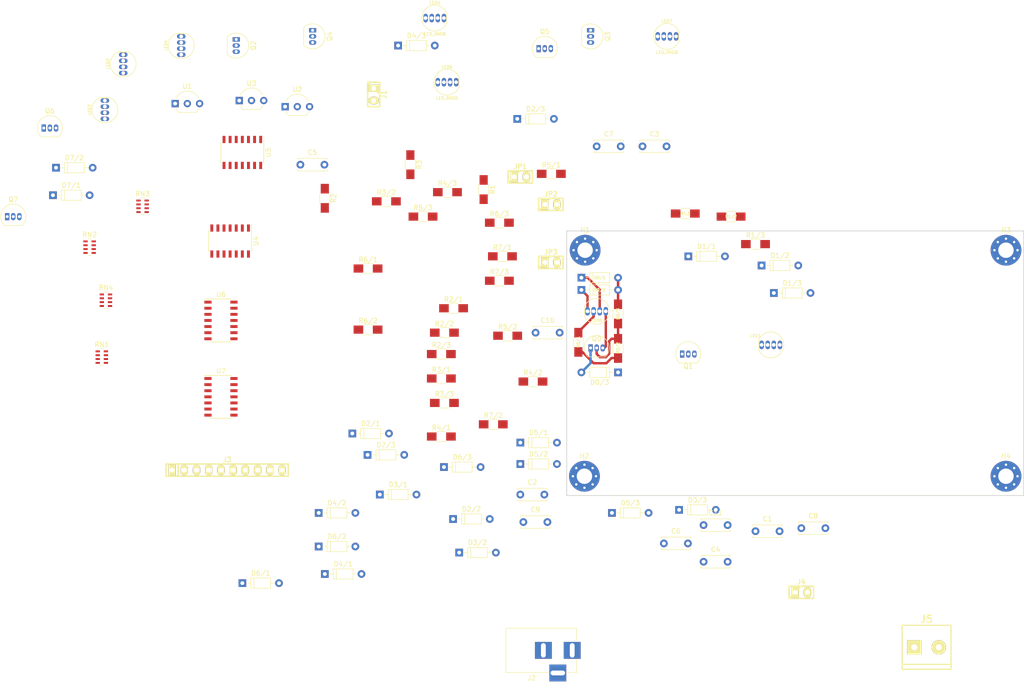
<source format=kicad_pcb>
(kicad_pcb (version 20171130) (host pcbnew 5.1.2-f72e74a~84~ubuntu18.04.1)
  (layers (0 F.Cu signal) (31 B.Cu signal) (34 B.Paste user hide) (35 F.Paste user hide) (36 B.SilkS user hide) (37 F.SilkS user) (38 B.Mask user hide) (39 F.Mask user hide) (44 Edge.Cuts user))
  (net 0 "")
  (net 1 /V_IN)
  (net 2 GND)
  (net 3 /V_5V)
  (net 4 /V_10V)
  (net 5 /V_15V)
  (net 6 VCC)
  (net 7 "Net-(LED1-Pad4)")
  (net 8 "Net-(LED1-Pad2)")
  (net 9 "Net-(LED2-Pad2)")
  (net 10 "Net-(LED2-Pad4)")
  (net 11 "Net-(LED3-Pad2)")
  (net 12 "Net-(LED3-Pad4)")
  (net 13 "Net-(LED4-Pad4)")
  (net 14 "Net-(LED4-Pad2)")
  (net 15 "Net-(Q1-Pad2)")
  (net 16 "Net-(Q2-Pad2)")
  (net 17 "Net-(Q3-Pad2)")
  (net 18 "Net-(Q4-Pad2)")
  (net 19 "Net-(D0/1-Pad2)")
  (net 20 "Net-(D0/3-Pad2)")
  (net 21 "Net-(D1/1-Pad2)")
  (net 22 "Net-(D1/3-Pad2)")
  (net 23 "Net-(D2/1-Pad2)")
  (net 24 "Net-(D2/3-Pad2)")
  (net 25 "Net-(D3/1-Pad2)")
  (net 26 "Net-(D3/3-Pad2)")
  (net 27 "Net-(D4/1-Pad2)")
  (net 28 "Net-(D4/3-Pad2)")
  (net 29 "Net-(D5/1-Pad2)")
  (net 30 "Net-(D5/3-Pad2)")
  (net 31 "Net-(D6/1-Pad2)")
  (net 32 "Net-(D6/3-Pad2)")
  (net 33 "Net-(D7/1-Pad2)")
  (net 34 "Net-(D7/3-Pad2)")
  (net 35 IN_7)
  (net 36 IN_6)
  (net 37 IN_5)
  (net 38 IN_4)
  (net 39 IN_3)
  (net 40 IN_2)
  (net 41 IN_1)
  (net 42 IN_0)
  (net 43 "Net-(LED0-Pad4)")
  (net 44 "Net-(LED0-Pad2)")
  (net 45 "Net-(LED5-Pad4)")
  (net 46 "Net-(LED5-Pad2)")
  (net 47 "Net-(LED6-Pad4)")
  (net 48 "Net-(LED6-Pad2)")
  (net 49 "Net-(LED7-Pad4)")
  (net 50 "Net-(LED7-Pad2)")
  (net 51 "Net-(Q0-Pad2)")
  (net 52 "Net-(Q5-Pad2)")
  (net 53 "Net-(Q6-Pad2)")
  (net 54 "Net-(Q7-Pad2)")
  (net 55 V_HI)
  (net 56 V_LO)
  (net 57 /bits/0_HI)
  (net 58 /bits/0_LO)
  (net 59 /bits/1_HI)
  (net 60 /bits/1_LO)
  (net 61 /bits/2_HI)
  (net 62 /bits/2_LO)
  (net 63 /bits/3_HI)
  (net 64 /bits/3_LO)
  (net 65 /bits/4_HI)
  (net 66 /bits/4_LO)
  (net 67 /bits/5_HI)
  (net 68 /bits/5_LO)
  (net 69 /bits/6_HI)
  (net 70 /bits/6_LO)
  (net 71 /bits/7_HI)
  (net 72 /bits/7_LO)
  (module TO_SOT_Packages_THT:TO-92_Inline_Narrow_Oval (layer F.Cu) (at 84.455 123.825)
    (fp_text reference Q0 (at 1.27 -1.905) (layer F.SilkS))
    (fp_text value 2N2222A)
    (pad 2 thru_hole oval (at 1.27 0 180) (size 0.9 1.5) (drill 0.6) (layers *.Cu *.Mask) (net 51 "Net-(Q0-Pad2)"))
    (pad 3 thru_hole oval (at 2.54 0 180) (size 0.9 1.5) (drill 0.6) (layers *.Cu *.Mask) (net 43 "Net-(LED0-Pad4)"))
    (pad 1 thru_hole rect (at 0 0 180) (size 0.9 1.5) (drill 0.6) (layers *.Cu *.Mask) (net 20 "Net-(D0/3-Pad2)"))
  )
  (module Housings_SOIC:SOIC-14_3.9x8.7mm_Pitch1.27mm (layer F.Cu) (at 7.62 133.985)
    (fp_text reference U7 (at 0 -5.375) (layer F.SilkS))
    (fp_text value LM339)
    (pad 1 smd rect (at -2.7 -3.81) (size 1.5 0.6) (layers F.Cu F.Paste F.Mask) (net 69 /bits/6_HI))
    (pad 2 smd rect (at -2.7 -2.54) (size 1.5 0.6) (layers F.Cu F.Paste F.Mask) (net 70 /bits/6_LO))
    (pad 3 smd rect (at -2.7 -1.27) (size 1.5 0.6) (layers F.Cu F.Paste F.Mask) (net 6 VCC))
    (pad 4 smd rect (at -2.7 0) (size 1.5 0.6) (layers F.Cu F.Paste F.Mask) (net 56 V_LO))
    (pad 5 smd rect (at -2.7 1.27) (size 1.5 0.6) (layers F.Cu F.Paste F.Mask) (net 36 IN_6))
    (pad 6 smd rect (at -2.7 2.54) (size 1.5 0.6) (layers F.Cu F.Paste F.Mask) (net 36 IN_6))
    (pad 7 smd rect (at -2.7 3.81) (size 1.5 0.6) (layers F.Cu F.Paste F.Mask) (net 55 V_HI))
    (pad 8 smd rect (at 2.7 3.81) (size 1.5 0.6) (layers F.Cu F.Paste F.Mask) (net 56 V_LO))
    (pad 9 smd rect (at 2.7 2.54) (size 1.5 0.6) (layers F.Cu F.Paste F.Mask) (net 35 IN_7))
    (pad 10 smd rect (at 2.7 1.27) (size 1.5 0.6) (layers F.Cu F.Paste F.Mask) (net 35 IN_7))
    (pad 11 smd rect (at 2.7 0) (size 1.5 0.6) (layers F.Cu F.Paste F.Mask) (net 55 V_HI))
    (pad 12 smd rect (at 2.7 -1.27) (size 1.5 0.6) (layers F.Cu F.Paste F.Mask) (net 2 GND))
    (pad 13 smd rect (at 2.7 -2.54) (size 1.5 0.6) (layers F.Cu F.Paste F.Mask) (net 71 /bits/7_HI))
    (pad 14 smd rect (at 2.7 -3.81) (size 1.5 0.6) (layers F.Cu F.Paste F.Mask) (net 72 /bits/7_LO))
  )
  (module Housings_SOIC:SOIC-14_3.9x8.7mm_Pitch1.27mm (layer F.Cu) (at 7.62 118.11)
    (fp_text reference U6 (at 0 -5.375) (layer F.SilkS))
    (fp_text value LM339)
    (pad 1 smd rect (at -2.7 -3.81) (size 1.5 0.6) (layers F.Cu F.Paste F.Mask) (net 65 /bits/4_HI))
    (pad 2 smd rect (at -2.7 -2.54) (size 1.5 0.6) (layers F.Cu F.Paste F.Mask) (net 66 /bits/4_LO))
    (pad 3 smd rect (at -2.7 -1.27) (size 1.5 0.6) (layers F.Cu F.Paste F.Mask) (net 6 VCC))
    (pad 4 smd rect (at -2.7 0) (size 1.5 0.6) (layers F.Cu F.Paste F.Mask) (net 56 V_LO))
    (pad 5 smd rect (at -2.7 1.27) (size 1.5 0.6) (layers F.Cu F.Paste F.Mask) (net 38 IN_4))
    (pad 6 smd rect (at -2.7 2.54) (size 1.5 0.6) (layers F.Cu F.Paste F.Mask) (net 38 IN_4))
    (pad 7 smd rect (at -2.7 3.81) (size 1.5 0.6) (layers F.Cu F.Paste F.Mask) (net 55 V_HI))
    (pad 8 smd rect (at 2.7 3.81) (size 1.5 0.6) (layers F.Cu F.Paste F.Mask) (net 56 V_LO))
    (pad 9 smd rect (at 2.7 2.54) (size 1.5 0.6) (layers F.Cu F.Paste F.Mask) (net 37 IN_5))
    (pad 10 smd rect (at 2.7 1.27) (size 1.5 0.6) (layers F.Cu F.Paste F.Mask) (net 37 IN_5))
    (pad 11 smd rect (at 2.7 0) (size 1.5 0.6) (layers F.Cu F.Paste F.Mask) (net 55 V_HI))
    (pad 12 smd rect (at 2.7 -1.27) (size 1.5 0.6) (layers F.Cu F.Paste F.Mask) (net 2 GND))
    (pad 13 smd rect (at 2.7 -2.54) (size 1.5 0.6) (layers F.Cu F.Paste F.Mask) (net 67 /bits/5_HI))
    (pad 14 smd rect (at 2.7 -3.81) (size 1.5 0.6) (layers F.Cu F.Paste F.Mask) (net 68 /bits/5_LO))
  )
  (module Resistors_SMD:R_Array_Concave_4x0603 (layer F.Cu) (at -16.295 113.9)
    (fp_text reference RN4 (at 0 -2.6) (layer F.SilkS))
    (fp_text value 220k)
    (pad 2 smd rect (at -0.85 -0.4) (size 0.9 0.4) (layers F.Cu F.Paste F.Mask) (net 2 GND))
    (pad 3 smd rect (at -0.85 0.4) (size 0.9 0.4) (layers F.Cu F.Paste F.Mask) (net 2 GND))
    (pad 1 smd rect (at -0.85 -1.2) (size 0.9 0.4) (layers F.Cu F.Paste F.Mask) (net 2 GND))
    (pad 4 smd rect (at -0.85 1.2) (size 0.9 0.4) (layers F.Cu F.Paste F.Mask) (net 2 GND))
    (pad 8 smd rect (at 0.85 -1.2) (size 0.9 0.4) (layers F.Cu F.Paste F.Mask) (net 38 IN_4))
    (pad 7 smd rect (at 0.85 -0.4) (size 0.9 0.4) (layers F.Cu F.Paste F.Mask) (net 37 IN_5))
    (pad 6 smd rect (at 0.85 0.4) (size 0.9 0.4) (layers F.Cu F.Paste F.Mask) (net 36 IN_6))
    (pad 5 smd rect (at 0.85 1.2) (size 0.9 0.4) (layers F.Cu F.Paste F.Mask) (net 35 IN_7))
  )
  (module Resistors_SMD:R_Array_Concave_4x0603 (layer F.Cu) (at -8.675 94.38)
    (fp_text reference RN3 (at 0 -2.6) (layer F.SilkS))
    (fp_text value 220k)
    (pad 2 smd rect (at -0.85 -0.4) (size 0.9 0.4) (layers F.Cu F.Paste F.Mask) (net 37 IN_5))
    (pad 3 smd rect (at -0.85 0.4) (size 0.9 0.4) (layers F.Cu F.Paste F.Mask) (net 36 IN_6))
    (pad 1 smd rect (at -0.85 -1.2) (size 0.9 0.4) (layers F.Cu F.Paste F.Mask) (net 38 IN_4))
    (pad 4 smd rect (at -0.85 1.2) (size 0.9 0.4) (layers F.Cu F.Paste F.Mask) (net 35 IN_7))
    (pad 8 smd rect (at 0.85 -1.2) (size 0.9 0.4) (layers F.Cu F.Paste F.Mask) (net 6 VCC))
    (pad 7 smd rect (at 0.85 -0.4) (size 0.9 0.4) (layers F.Cu F.Paste F.Mask) (net 6 VCC))
    (pad 6 smd rect (at 0.85 0.4) (size 0.9 0.4) (layers F.Cu F.Paste F.Mask) (net 6 VCC))
    (pad 5 smd rect (at 0.85 1.2) (size 0.9 0.4) (layers F.Cu F.Paste F.Mask) (net 6 VCC))
  )
  (module Resistors_SMD:R_1206_HandSoldering (layer F.Cu) (at 65.5 109.855)
    (fp_text reference R7/3 (at 0 -1.85) (layer F.SilkS))
    (fp_text value 100)
    (pad 1 smd rect (at -2 0) (size 2 1.7) (layers F.Cu F.Paste F.Mask) (net 33 "Net-(D7/1-Pad2)"))
    (pad 2 smd rect (at 2 0) (size 2 1.7) (layers F.Cu F.Paste F.Mask) (net 54 "Net-(Q7-Pad2)"))
  )
  (module Resistors_SMD:R_1206_HandSoldering (layer F.Cu) (at 64.23 139.7)
    (fp_text reference R7/2 (at 0 -1.85) (layer F.SilkS))
    (fp_text value 47k)
    (pad 1 smd rect (at -2 0) (size 2 1.7) (layers F.Cu F.Paste F.Mask) (net 54 "Net-(Q7-Pad2)"))
    (pad 2 smd rect (at 2 0) (size 2 1.7) (layers F.Cu F.Paste F.Mask) (net 6 VCC))
  )
  (module Resistors_SMD:R_1206_HandSoldering (layer F.Cu) (at 66.135 104.775)
    (fp_text reference R7/1 (at 0 -1.85) (layer F.SilkS))
    (fp_text value 470)
    (pad 1 smd rect (at -2 0) (size 2 1.7) (layers F.Cu F.Paste F.Mask) (net 50 "Net-(LED7-Pad2)"))
    (pad 2 smd rect (at 2 0) (size 2 1.7) (layers F.Cu F.Paste F.Mask) (net 6 VCC))
  )
  (module Resistors_SMD:R_1206_HandSoldering (layer F.Cu) (at 65.5 97.79)
    (fp_text reference R6/3 (at 0 -1.85) (layer F.SilkS))
    (fp_text value 100)
    (pad 1 smd rect (at -2 0) (size 2 1.7) (layers F.Cu F.Paste F.Mask) (net 31 "Net-(D6/1-Pad2)"))
    (pad 2 smd rect (at 2 0) (size 2 1.7) (layers F.Cu F.Paste F.Mask) (net 53 "Net-(Q6-Pad2)"))
  )
  (module Resistors_SMD:R_1206_HandSoldering (layer F.Cu) (at 38.195 120.015)
    (fp_text reference R6/2 (at 0 -1.85) (layer F.SilkS))
    (fp_text value 47k)
    (pad 1 smd rect (at -2 0) (size 2 1.7) (layers F.Cu F.Paste F.Mask) (net 53 "Net-(Q6-Pad2)"))
    (pad 2 smd rect (at 2 0) (size 2 1.7) (layers F.Cu F.Paste F.Mask) (net 6 VCC))
  )
  (module Resistors_SMD:R_1206_HandSoldering (layer F.Cu) (at 38.195 107.315)
    (fp_text reference R6/1 (at 0 -1.85) (layer F.SilkS))
    (fp_text value 470)
    (pad 1 smd rect (at -2 0) (size 2 1.7) (layers F.Cu F.Paste F.Mask) (net 48 "Net-(LED6-Pad2)"))
    (pad 2 smd rect (at 2 0) (size 2 1.7) (layers F.Cu F.Paste F.Mask) (net 6 VCC))
  )
  (module Resistors_SMD:R_1206_HandSoldering (layer F.Cu) (at 49.625 96.52)
    (fp_text reference R5/3 (at 0 -1.85) (layer F.SilkS))
    (fp_text value 100)
    (pad 1 smd rect (at -2 0) (size 2 1.7) (layers F.Cu F.Paste F.Mask) (net 29 "Net-(D5/1-Pad2)"))
    (pad 2 smd rect (at 2 0) (size 2 1.7) (layers F.Cu F.Paste F.Mask) (net 52 "Net-(Q5-Pad2)"))
  )
  (module Resistors_SMD:R_1206_HandSoldering (layer F.Cu) (at 67.215 121.285)
    (fp_text reference R5/2 (at 0 -1.85) (layer F.SilkS))
    (fp_text value 47k)
    (pad 1 smd rect (at -2 0) (size 2 1.7) (layers F.Cu F.Paste F.Mask) (net 52 "Net-(Q5-Pad2)"))
    (pad 2 smd rect (at 2 0) (size 2 1.7) (layers F.Cu F.Paste F.Mask) (net 6 VCC))
  )
  (module Resistors_SMD:R_1206_HandSoldering (layer F.Cu) (at 76.295 87.63)
    (fp_text reference R5/1 (at 0 -1.85) (layer F.SilkS))
    (fp_text value 470)
    (pad 1 smd rect (at -2 0) (size 2 1.7) (layers F.Cu F.Paste F.Mask) (net 46 "Net-(LED5-Pad2)"))
    (pad 2 smd rect (at 2 0) (size 2 1.7) (layers F.Cu F.Paste F.Mask) (net 6 VCC))
  )
  (module Resistors_SMD:R_1206_HandSoldering (layer F.Cu) (at 54.705 91.44)
    (fp_text reference R4/3 (at 0 -1.85) (layer F.SilkS))
    (fp_text value 100)
    (pad 1 smd rect (at -2 0) (size 2 1.7) (layers F.Cu F.Paste F.Mask) (net 27 "Net-(D4/1-Pad2)"))
    (pad 2 smd rect (at 2 0) (size 2 1.7) (layers F.Cu F.Paste F.Mask) (net 18 "Net-(Q4-Pad2)"))
  )
  (module Resistors_SMD:R_1206_HandSoldering (layer F.Cu) (at 72.485 130.81)
    (fp_text reference R4/2 (at 0 -1.85) (layer F.SilkS))
    (fp_text value 47k)
    (pad 1 smd rect (at -2 0) (size 2 1.7) (layers F.Cu F.Paste F.Mask) (net 18 "Net-(Q4-Pad2)"))
    (pad 2 smd rect (at 2 0) (size 2 1.7) (layers F.Cu F.Paste F.Mask) (net 6 VCC))
  )
  (module Resistors_SMD:R_1206_HandSoldering (layer F.Cu) (at 53.435 142.24)
    (fp_text reference R4/1 (at 0 -1.85) (layer F.SilkS))
    (fp_text value 470)
    (pad 1 smd rect (at -2 0) (size 2 1.7) (layers F.Cu F.Paste F.Mask) (net 14 "Net-(LED4-Pad2)"))
    (pad 2 smd rect (at 2 0) (size 2 1.7) (layers F.Cu F.Paste F.Mask) (net 6 VCC))
  )
  (module Resistors_SMD:R_1206_HandSoldering (layer F.Cu) (at 54.07 135.255)
    (fp_text reference R3/3 (at 0 -1.85) (layer F.SilkS))
    (fp_text value 100)
    (pad 1 smd rect (at -2 0) (size 2 1.7) (layers F.Cu F.Paste F.Mask) (net 25 "Net-(D3/1-Pad2)"))
    (pad 2 smd rect (at 2 0) (size 2 1.7) (layers F.Cu F.Paste F.Mask) (net 17 "Net-(Q3-Pad2)"))
  )
  (module Resistors_SMD:R_1206_HandSoldering (layer F.Cu) (at 42.005 93.345)
    (fp_text reference R3/2 (at 0 -1.85) (layer F.SilkS))
    (fp_text value 47k)
    (pad 1 smd rect (at -2 0) (size 2 1.7) (layers F.Cu F.Paste F.Mask) (net 17 "Net-(Q3-Pad2)"))
    (pad 2 smd rect (at 2 0) (size 2 1.7) (layers F.Cu F.Paste F.Mask) (net 6 VCC))
  )
  (module Resistors_SMD:R_1206_HandSoldering (layer F.Cu) (at 53.435 130.175)
    (fp_text reference R3/1 (at 0 -1.85) (layer F.SilkS))
    (fp_text value 470)
    (pad 1 smd rect (at -2 0) (size 2 1.7) (layers F.Cu F.Paste F.Mask) (net 11 "Net-(LED3-Pad2)"))
    (pad 2 smd rect (at 2 0) (size 2 1.7) (layers F.Cu F.Paste F.Mask) (net 6 VCC))
  )
  (module Resistors_SMD:R_1206_HandSoldering (layer F.Cu) (at 53.435 125.095)
    (fp_text reference R2/3 (at 0 -1.85) (layer F.SilkS))
    (fp_text value 100)
    (pad 1 smd rect (at -2 0) (size 2 1.7) (layers F.Cu F.Paste F.Mask) (net 23 "Net-(D2/1-Pad2)"))
    (pad 2 smd rect (at 2 0) (size 2 1.7) (layers F.Cu F.Paste F.Mask) (net 16 "Net-(Q2-Pad2)"))
  )
  (module Resistors_SMD:R_1206_HandSoldering (layer F.Cu) (at 54.07 120.65)
    (fp_text reference R2/2 (at 0 -1.85) (layer F.SilkS))
    (fp_text value 47k)
    (pad 1 smd rect (at -2 0) (size 2 1.7) (layers F.Cu F.Paste F.Mask) (net 16 "Net-(Q2-Pad2)"))
    (pad 2 smd rect (at 2 0) (size 2 1.7) (layers F.Cu F.Paste F.Mask) (net 6 VCC))
  )
  (module Resistors_SMD:R_1206_HandSoldering (layer F.Cu) (at 55.975 115.57)
    (fp_text reference R2/1 (at 0 -1.85) (layer F.SilkS))
    (fp_text value 470)
    (pad 1 smd rect (at -2 0) (size 2 1.7) (layers F.Cu F.Paste F.Mask) (net 9 "Net-(LED2-Pad2)"))
    (pad 2 smd rect (at 2 0) (size 2 1.7) (layers F.Cu F.Paste F.Mask) (net 6 VCC))
  )
  (module Resistors_SMD:R_1206_HandSoldering (layer F.Cu) (at 118.745 102.235)
    (fp_text reference R1/3 (at 0 -1.85) (layer F.SilkS))
    (fp_text value 100)
    (pad 1 smd rect (at -2 0) (size 2 1.7) (layers F.Cu F.Paste F.Mask) (net 21 "Net-(D1/1-Pad2)"))
    (pad 2 smd rect (at 2 0) (size 2 1.7) (layers F.Cu F.Paste F.Mask) (net 15 "Net-(Q1-Pad2)"))
  )
  (module Resistors_SMD:R_1206_HandSoldering (layer F.Cu) (at 113.665 96.52)
    (fp_text reference R1/2 (at 0 0) (layer F.SilkS) (effects (font (size 0.6 0.6))))
    (fp_text value 47k)
    (pad 1 smd rect (at -2 0) (size 2 1.7) (layers F.Cu F.Paste F.Mask) (net 15 "Net-(Q1-Pad2)"))
    (pad 2 smd rect (at 2 0) (size 2 1.7) (layers F.Cu F.Paste F.Mask) (net 6 VCC))
  )
  (module Resistors_SMD:R_1206_HandSoldering (layer F.Cu) (at 104.14 95.885)
    (fp_text reference R1.1 (at 0 0) (layer F.SilkS) (effects (font (size 0.6 0.6))))
    (fp_text value 470)
    (pad 1 smd rect (at -2 0) (size 2 1.7) (layers F.Cu F.Paste F.Mask) (net 8 "Net-(LED1-Pad2)"))
    (pad 2 smd rect (at 2 0) (size 2 1.7) (layers F.Cu F.Paste F.Mask) (net 6 VCC))
  )
  (module Resistors_SMD:R_1206_HandSoldering (layer F.Cu) (at 90.17 116.745 270)
    (fp_text reference R0/3 (at 0 0 90) (layer F.SilkS) (effects (font (size 0.6 0.6))))
    (fp_text value 100)
    (pad 1 smd rect (at -2 0 270) (size 2 1.7) (layers F.Cu F.Paste F.Mask) (net 19 "Net-(D0/1-Pad2)"))
    (pad 2 smd rect (at 2 0 270) (size 2 1.7) (layers F.Cu F.Paste F.Mask) (net 51 "Net-(Q0-Pad2)"))
  )
  (module Resistors_SMD:R_1206_HandSoldering (layer F.Cu) (at 90.17 123.92 270)
    (fp_text reference R0/2 (at -0.095 0 90) (layer F.SilkS) (effects (font (size 0.6 0.6))))
    (fp_text value 47k)
    (pad 1 smd rect (at -2 0 270) (size 2 1.7) (layers F.Cu F.Paste F.Mask) (net 51 "Net-(Q0-Pad2)"))
    (pad 2 smd rect (at 2 0 270) (size 2 1.7) (layers F.Cu F.Paste F.Mask) (net 6 VCC))
  )
  (module Resistors_SMD:R_1206_HandSoldering (layer F.Cu) (at 81.915 122.65 270)
    (fp_text reference R0/1 (at -0.095 0 90) (layer F.SilkS) (effects (font (size 0.6 0.6))))
    (fp_text value 470)
    (pad 1 smd rect (at -2 0 270) (size 2 1.7) (layers F.Cu F.Paste F.Mask) (net 44 "Net-(LED0-Pad2)"))
    (pad 2 smd rect (at 2 0 270) (size 2 1.7) (layers F.Cu F.Paste F.Mask) (net 6 VCC))
  )
  (module TO_SOT_Packages_THT:TO-92_Inline_Narrow_Oval (layer F.Cu) (at -36.83 96.52)
    (fp_text reference Q7 (at 1.27 -3.56) (layer F.SilkS))
    (fp_text value 2N2222A)
    (pad 2 thru_hole oval (at 1.27 0 180) (size 0.9 1.5) (drill 0.6) (layers *.Cu *.Mask) (net 54 "Net-(Q7-Pad2)"))
    (pad 3 thru_hole oval (at 2.54 0 180) (size 0.9 1.5) (drill 0.6) (layers *.Cu *.Mask) (net 49 "Net-(LED7-Pad4)"))
    (pad 1 thru_hole rect (at 0 0 180) (size 0.9 1.5) (drill 0.6) (layers *.Cu *.Mask) (net 34 "Net-(D7/3-Pad2)"))
  )
  (module TO_SOT_Packages_THT:TO-92_Inline_Narrow_Oval (layer F.Cu) (at -29.21 78.105)
    (fp_text reference Q6 (at 1.27 -3.56) (layer F.SilkS))
    (fp_text value 2N2222A)
    (pad 2 thru_hole oval (at 1.27 0 180) (size 0.9 1.5) (drill 0.6) (layers *.Cu *.Mask) (net 53 "Net-(Q6-Pad2)"))
    (pad 3 thru_hole oval (at 2.54 0 180) (size 0.9 1.5) (drill 0.6) (layers *.Cu *.Mask) (net 47 "Net-(LED6-Pad4)"))
    (pad 1 thru_hole rect (at 0 0 180) (size 0.9 1.5) (drill 0.6) (layers *.Cu *.Mask) (net 32 "Net-(D6/3-Pad2)"))
  )
  (module TO_SOT_Packages_THT:TO-92_Inline_Narrow_Oval (layer F.Cu) (at 73.66 61.595)
    (fp_text reference Q5 (at 1.27 -3.56) (layer F.SilkS))
    (fp_text value 2N2222A)
    (pad 2 thru_hole oval (at 1.27 0 180) (size 0.9 1.5) (drill 0.6) (layers *.Cu *.Mask) (net 52 "Net-(Q5-Pad2)"))
    (pad 3 thru_hole oval (at 2.54 0 180) (size 0.9 1.5) (drill 0.6) (layers *.Cu *.Mask) (net 45 "Net-(LED5-Pad4)"))
    (pad 1 thru_hole rect (at 0 0 180) (size 0.9 1.5) (drill 0.6) (layers *.Cu *.Mask) (net 30 "Net-(D5/3-Pad2)"))
  )
  (module LED:LED-RGB-THRU (layer F.Cu) (at 100.33 59.055)
    (fp_text reference LED7 (at 0 -3.175) (layer F.SilkS) (effects (font (size 0.6096 0.6096) (thickness 0.127))))
    (fp_text value LED_RAGB (at 0 3.302) (layer F.SilkS) (effects (font (size 0.6096 0.6096) (thickness 0.127))))
    (pad 4 thru_hole oval (at -1.905 0 180) (size 0.889 1.778) (drill 0.762) (layers *.Cu *.Mask) (net 49 "Net-(LED7-Pad4)"))
    (pad 3 thru_hole oval (at -0.635 0 180) (size 0.889 1.778) (drill 0.762) (layers *.Cu *.Mask) (net 71 /bits/7_HI))
    (pad 2 thru_hole oval (at 0.635 0 180) (size 0.889 1.778) (drill 0.762) (layers *.Cu *.Mask) (net 50 "Net-(LED7-Pad2)"))
    (pad 1 thru_hole oval (at 1.905 0 180) (size 0.889 1.778) (drill 0.762) (layers *.Cu *.Mask) (net 72 /bits/7_LO))
  )
  (module LED:LED-RGB-THRU (layer F.Cu) (at 54.61 68.58)
    (fp_text reference LED6 (at 0 -3.175) (layer F.SilkS) (effects (font (size 0.6096 0.6096) (thickness 0.127))))
    (fp_text value LED_RAGB (at 0 3.302) (layer F.SilkS) (effects (font (size 0.6096 0.6096) (thickness 0.127))))
    (pad 4 thru_hole oval (at -1.905 0 180) (size 0.889 1.778) (drill 0.762) (layers *.Cu *.Mask) (net 47 "Net-(LED6-Pad4)"))
    (pad 3 thru_hole oval (at -0.635 0 180) (size 0.889 1.778) (drill 0.762) (layers *.Cu *.Mask) (net 69 /bits/6_HI))
    (pad 2 thru_hole oval (at 0.635 0 180) (size 0.889 1.778) (drill 0.762) (layers *.Cu *.Mask) (net 48 "Net-(LED6-Pad2)"))
    (pad 1 thru_hole oval (at 1.905 0 180) (size 0.889 1.778) (drill 0.762) (layers *.Cu *.Mask) (net 70 /bits/6_LO))
  )
  (module LED:LED-RGB-THRU (layer F.Cu) (at 52.07 55.245)
    (fp_text reference LED5 (at 0 -3.175) (layer F.SilkS) (effects (font (size 0.6096 0.6096) (thickness 0.127))))
    (fp_text value LED_RAGB (at 0 3.302) (layer F.SilkS) (effects (font (size 0.6096 0.6096) (thickness 0.127))))
    (pad 4 thru_hole oval (at -1.905 0 180) (size 0.889 1.778) (drill 0.762) (layers *.Cu *.Mask) (net 45 "Net-(LED5-Pad4)"))
    (pad 3 thru_hole oval (at -0.635 0 180) (size 0.889 1.778) (drill 0.762) (layers *.Cu *.Mask) (net 67 /bits/5_HI))
    (pad 2 thru_hole oval (at 0.635 0 180) (size 0.889 1.778) (drill 0.762) (layers *.Cu *.Mask) (net 46 "Net-(LED5-Pad2)"))
    (pad 1 thru_hole oval (at 1.905 0 180) (size 0.889 1.778) (drill 0.762) (layers *.Cu *.Mask) (net 68 /bits/5_LO))
  )
  (module LED:LED-RGB-THRU (layer F.Cu) (at 85.725 116.205 180)
    (fp_text reference LED0 (at 0 -1.905) (layer F.SilkS) (effects (font (size 0.6096 0.6096) (thickness 0.127))))
    (fp_text value LED_RAGB hide)
    (pad 4 thru_hole oval (at -1.905 0) (size 0.889 1.778) (drill 0.762) (layers *.Cu *.Mask) (net 43 "Net-(LED0-Pad4)"))
    (pad 3 thru_hole oval (at -0.635 0) (size 0.889 1.778) (drill 0.762) (layers *.Cu *.Mask) (net 57 /bits/0_HI))
    (pad 2 thru_hole oval (at 0.635 0) (size 0.889 1.778) (drill 0.762) (layers *.Cu *.Mask) (net 44 "Net-(LED0-Pad2)"))
    (pad 1 thru_hole oval (at 1.905 0) (size 0.889 1.778) (drill 0.762) (layers *.Cu *.Mask) (net 58 /bits/0_LO))
  )
  (module w_pin_strip:pin_strip_10 (layer F.Cu) (at 8.89 149.225)
    (fp_text reference J3 (at 0 -2.159) (layer F.SilkS) (effects (font (size 1.016 1.016) (thickness 0.2032))))
    (fp_text value Conn_01x10_Male hide)
    (pad 10 thru_hole oval (at 11.43 0) (size 1.524 2.19964) (drill 1.00076) (layers *.Cu *.Mask F.SilkS) (net 2 GND))
    (pad 9 thru_hole oval (at 8.89 0) (size 1.524 2.19964) (drill 1.00076) (layers *.Cu *.Mask F.SilkS) (net 6 VCC))
    (pad 8 thru_hole oval (at 6.35 0) (size 1.524 2.19964) (drill 1.00076) (layers *.Cu *.Mask F.SilkS) (net 35 IN_7))
    (pad 7 thru_hole oval (at 3.81 0) (size 1.524 2.19964) (drill 1.00076) (layers *.Cu *.Mask F.SilkS) (net 36 IN_6))
    (pad 6 thru_hole oval (at 1.27 0) (size 1.524 2.19964) (drill 1.00076) (layers *.Cu *.Mask F.SilkS) (net 37 IN_5))
    (pad 5 thru_hole oval (at -1.27 0) (size 1.524 2.19964) (drill 1.00076) (layers *.Cu *.Mask F.SilkS) (net 38 IN_4))
    (pad 4 thru_hole oval (at -3.81 0) (size 1.524 2.19964) (drill 1.00076) (layers *.Cu *.Mask F.SilkS) (net 39 IN_3))
    (pad 3 thru_hole oval (at -6.35 0) (size 1.524 2.19964) (drill 1.00076) (layers *.Cu *.Mask F.SilkS) (net 40 IN_2))
    (pad 2 thru_hole oval (at -8.89 0) (size 1.524 2.19964) (drill 1.00076) (layers *.Cu *.Mask F.SilkS) (net 41 IN_1))
    (pad 1 thru_hole rect (at -11.43 0) (size 1.524 2.19964) (drill 1.00076) (layers *.Cu *.Mask F.SilkS) (net 42 IN_0))
  )
  (module w_pin_strip:pin_strip_2 (layer F.Cu) (at 39.37 71.12 270)
    (fp_text reference J1 (at 0 -2.159 90) (layer F.SilkS) (effects (font (size 1.016 1.016) (thickness 0.2032))))
    (fp_text value Conn_01x02_Male hide)
    (pad 2 thru_hole oval (at 1.27 0 270) (size 1.524 2.19964) (drill 1.00076) (layers *.Cu *.Mask F.SilkS) (net 2 GND))
    (pad 1 thru_hole rect (at -1.27 0 270) (size 1.524 2.19964) (drill 1.00076) (layers *.Cu *.Mask F.SilkS) (net 1 /V_IN))
  )
  (module Diodes_ThroughHole:D_DO-35_SOD27_P7.62mm_Horizontal (layer F.Cu) (at 38.1 146.05)
    (fp_text reference D7/3 (at 3.81 -2.06) (layer F.SilkS))
    (fp_text value 1N4148)
    (pad 1 thru_hole rect (at 0 0) (size 1.6 1.6) (drill 0.8) (layers *.Cu *.Mask) (net 2 GND))
    (pad 2 thru_hole oval (at 7.62 0) (size 1.6 1.6) (drill 0.8) (layers *.Cu *.Mask) (net 34 "Net-(D7/3-Pad2)"))
  )
  (module Diodes_ThroughHole:D_DO-35_SOD27_P7.62mm_Horizontal (layer F.Cu) (at -26.67 86.36)
    (fp_text reference D7/2 (at 3.81 -2.06) (layer F.SilkS))
    (fp_text value 1N4148)
    (pad 1 thru_hole rect (at 0 0) (size 1.6 1.6) (drill 0.8) (layers *.Cu *.Mask) (net 72 /bits/7_LO))
    (pad 2 thru_hole oval (at 7.62 0) (size 1.6 1.6) (drill 0.8) (layers *.Cu *.Mask) (net 33 "Net-(D7/1-Pad2)"))
  )
  (module Diodes_ThroughHole:D_DO-35_SOD27_P7.62mm_Horizontal (layer F.Cu) (at -27.305 92.075)
    (fp_text reference D7/1 (at 3.81 -2.06) (layer F.SilkS))
    (fp_text value 1N4148)
    (pad 1 thru_hole rect (at 0 0) (size 1.6 1.6) (drill 0.8) (layers *.Cu *.Mask) (net 71 /bits/7_HI))
    (pad 2 thru_hole oval (at 7.62 0) (size 1.6 1.6) (drill 0.8) (layers *.Cu *.Mask) (net 33 "Net-(D7/1-Pad2)"))
  )
  (module Diodes_ThroughHole:D_DO-35_SOD27_P7.62mm_Horizontal (layer F.Cu) (at 53.975 148.59)
    (fp_text reference D6/3 (at 3.81 -2.06) (layer F.SilkS))
    (fp_text value 1N4148)
    (pad 1 thru_hole rect (at 0 0) (size 1.6 1.6) (drill 0.8) (layers *.Cu *.Mask) (net 2 GND))
    (pad 2 thru_hole oval (at 7.62 0) (size 1.6 1.6) (drill 0.8) (layers *.Cu *.Mask) (net 32 "Net-(D6/3-Pad2)"))
  )
  (module Diodes_ThroughHole:D_DO-35_SOD27_P7.62mm_Horizontal (layer F.Cu) (at 27.94 165.1)
    (fp_text reference D6/2 (at 3.81 -2.06) (layer F.SilkS))
    (fp_text value 1N4148)
    (pad 1 thru_hole rect (at 0 0) (size 1.6 1.6) (drill 0.8) (layers *.Cu *.Mask) (net 70 /bits/6_LO))
    (pad 2 thru_hole oval (at 7.62 0) (size 1.6 1.6) (drill 0.8) (layers *.Cu *.Mask) (net 31 "Net-(D6/1-Pad2)"))
  )
  (module Diodes_ThroughHole:D_DO-35_SOD27_P7.62mm_Horizontal (layer F.Cu) (at 12.065 172.72)
    (fp_text reference D6/1 (at 3.81 -2.06) (layer F.SilkS))
    (fp_text value 1N4148)
    (pad 1 thru_hole rect (at 0 0) (size 1.6 1.6) (drill 0.8) (layers *.Cu *.Mask) (net 69 /bits/6_HI))
    (pad 2 thru_hole oval (at 7.62 0) (size 1.6 1.6) (drill 0.8) (layers *.Cu *.Mask) (net 31 "Net-(D6/1-Pad2)"))
  )
  (module Diodes_ThroughHole:D_DO-35_SOD27_P7.62mm_Horizontal (layer F.Cu) (at 88.9 158.115)
    (fp_text reference D5/3 (at 3.81 -2.06) (layer F.SilkS))
    (fp_text value 1N4148)
    (pad 1 thru_hole rect (at 0 0) (size 1.6 1.6) (drill 0.8) (layers *.Cu *.Mask) (net 2 GND))
    (pad 2 thru_hole oval (at 7.62 0) (size 1.6 1.6) (drill 0.8) (layers *.Cu *.Mask) (net 30 "Net-(D5/3-Pad2)"))
  )
  (module Diodes_ThroughHole:D_DO-35_SOD27_P7.62mm_Horizontal (layer F.Cu) (at 69.85 147.955)
    (fp_text reference D5/2 (at 3.81 -2.06) (layer F.SilkS))
    (fp_text value 1N4148)
    (pad 1 thru_hole rect (at 0 0) (size 1.6 1.6) (drill 0.8) (layers *.Cu *.Mask) (net 68 /bits/5_LO))
    (pad 2 thru_hole oval (at 7.62 0) (size 1.6 1.6) (drill 0.8) (layers *.Cu *.Mask) (net 29 "Net-(D5/1-Pad2)"))
  )
  (module Diodes_ThroughHole:D_DO-35_SOD27_P7.62mm_Horizontal (layer F.Cu) (at 69.85 143.51)
    (fp_text reference D5/1 (at 3.81 -2.06) (layer F.SilkS))
    (fp_text value 1N4148)
    (pad 1 thru_hole rect (at 0 0) (size 1.6 1.6) (drill 0.8) (layers *.Cu *.Mask) (net 67 /bits/5_HI))
    (pad 2 thru_hole oval (at 7.62 0) (size 1.6 1.6) (drill 0.8) (layers *.Cu *.Mask) (net 29 "Net-(D5/1-Pad2)"))
  )
  (module Diodes_ThroughHole:D_DO-35_SOD27_P7.62mm_Horizontal (layer F.Cu) (at 44.45 60.96)
    (fp_text reference D4/3 (at 3.81 -2.06) (layer F.SilkS))
    (fp_text value 1N4148)
    (pad 1 thru_hole rect (at 0 0) (size 1.6 1.6) (drill 0.8) (layers *.Cu *.Mask) (net 2 GND))
    (pad 2 thru_hole oval (at 7.62 0) (size 1.6 1.6) (drill 0.8) (layers *.Cu *.Mask) (net 28 "Net-(D4/3-Pad2)"))
  )
  (module Diodes_ThroughHole:D_DO-35_SOD27_P7.62mm_Horizontal (layer F.Cu) (at 27.94 158.115)
    (fp_text reference D4/2 (at 3.81 -2.06) (layer F.SilkS))
    (fp_text value 1N4148)
    (pad 1 thru_hole rect (at 0 0) (size 1.6 1.6) (drill 0.8) (layers *.Cu *.Mask) (net 66 /bits/4_LO))
    (pad 2 thru_hole oval (at 7.62 0) (size 1.6 1.6) (drill 0.8) (layers *.Cu *.Mask) (net 27 "Net-(D4/1-Pad2)"))
  )
  (module Diodes_ThroughHole:D_DO-35_SOD27_P7.62mm_Horizontal (layer F.Cu) (at 29.21 170.815)
    (fp_text reference D4/1 (at 3.81 -2.06) (layer F.SilkS))
    (fp_text value 1N4148)
    (pad 1 thru_hole rect (at 0 0) (size 1.6 1.6) (drill 0.8) (layers *.Cu *.Mask) (net 65 /bits/4_HI))
    (pad 2 thru_hole oval (at 7.62 0) (size 1.6 1.6) (drill 0.8) (layers *.Cu *.Mask) (net 27 "Net-(D4/1-Pad2)"))
  )
  (module Diodes_ThroughHole:D_DO-35_SOD27_P7.62mm_Horizontal (layer F.Cu) (at 102.87 157.48)
    (fp_text reference D3/3 (at 3.81 -2.06) (layer F.SilkS))
    (fp_text value 1N4148)
    (pad 1 thru_hole rect (at 0 0) (size 1.6 1.6) (drill 0.8) (layers *.Cu *.Mask) (net 2 GND))
    (pad 2 thru_hole oval (at 7.62 0) (size 1.6 1.6) (drill 0.8) (layers *.Cu *.Mask) (net 26 "Net-(D3/3-Pad2)"))
  )
  (module Diodes_ThroughHole:D_DO-35_SOD27_P7.62mm_Horizontal (layer F.Cu) (at 57.15 166.37)
    (fp_text reference D3/2 (at 3.81 -2.06) (layer F.SilkS))
    (fp_text value 1N4148)
    (pad 1 thru_hole rect (at 0 0) (size 1.6 1.6) (drill 0.8) (layers *.Cu *.Mask) (net 64 /bits/3_LO))
    (pad 2 thru_hole oval (at 7.62 0) (size 1.6 1.6) (drill 0.8) (layers *.Cu *.Mask) (net 25 "Net-(D3/1-Pad2)"))
  )
  (module Diodes_ThroughHole:D_DO-35_SOD27_P7.62mm_Horizontal (layer F.Cu) (at 40.64 154.305)
    (fp_text reference D3/1 (at 3.81 -2.06) (layer F.SilkS))
    (fp_text value 1N4148)
    (pad 1 thru_hole rect (at 0 0) (size 1.6 1.6) (drill 0.8) (layers *.Cu *.Mask) (net 63 /bits/3_HI))
    (pad 2 thru_hole oval (at 7.62 0) (size 1.6 1.6) (drill 0.8) (layers *.Cu *.Mask) (net 25 "Net-(D3/1-Pad2)"))
  )
  (module Diodes_ThroughHole:D_DO-35_SOD27_P7.62mm_Horizontal (layer F.Cu) (at 69.215 76.2)
    (fp_text reference D2/3 (at 3.81 -2.06) (layer F.SilkS))
    (fp_text value 1N4148)
    (pad 1 thru_hole rect (at 0 0) (size 1.6 1.6) (drill 0.8) (layers *.Cu *.Mask) (net 2 GND))
    (pad 2 thru_hole oval (at 7.62 0) (size 1.6 1.6) (drill 0.8) (layers *.Cu *.Mask) (net 24 "Net-(D2/3-Pad2)"))
  )
  (module Diodes_ThroughHole:D_DO-35_SOD27_P7.62mm_Horizontal (layer F.Cu) (at 55.88 159.385)
    (fp_text reference D2/2 (at 3.81 -2.06) (layer F.SilkS))
    (fp_text value 1N4148)
    (pad 1 thru_hole rect (at 0 0) (size 1.6 1.6) (drill 0.8) (layers *.Cu *.Mask) (net 62 /bits/2_LO))
    (pad 2 thru_hole oval (at 7.62 0) (size 1.6 1.6) (drill 0.8) (layers *.Cu *.Mask) (net 23 "Net-(D2/1-Pad2)"))
  )
  (module Diodes_ThroughHole:D_DO-35_SOD27_P7.62mm_Horizontal (layer F.Cu) (at 34.925 141.605)
    (fp_text reference D2/1 (at 3.81 -2.06) (layer F.SilkS))
    (fp_text value 1N4148)
    (pad 1 thru_hole rect (at 0 0) (size 1.6 1.6) (drill 0.8) (layers *.Cu *.Mask) (net 61 /bits/2_HI))
    (pad 2 thru_hole oval (at 7.62 0) (size 1.6 1.6) (drill 0.8) (layers *.Cu *.Mask) (net 23 "Net-(D2/1-Pad2)"))
  )
  (module Diodes_ThroughHole:D_DO-35_SOD27_P7.62mm_Horizontal (layer F.Cu) (at 122.555 112.395)
    (fp_text reference D1/3 (at 3.81 -2.06) (layer F.SilkS))
    (fp_text value 1N4148)
    (pad 1 thru_hole rect (at 0 0) (size 1.6 1.6) (drill 0.8) (layers *.Cu *.Mask) (net 2 GND))
    (pad 2 thru_hole oval (at 7.62 0) (size 1.6 1.6) (drill 0.8) (layers *.Cu *.Mask) (net 22 "Net-(D1/3-Pad2)"))
  )
  (module Diodes_ThroughHole:D_DO-35_SOD27_P7.62mm_Horizontal (layer F.Cu) (at 120.015 106.68)
    (fp_text reference D1/2 (at 3.81 -2.06) (layer F.SilkS))
    (fp_text value 1N4148)
    (pad 1 thru_hole rect (at 0 0) (size 1.6 1.6) (drill 0.8) (layers *.Cu *.Mask) (net 60 /bits/1_LO))
    (pad 2 thru_hole oval (at 7.62 0) (size 1.6 1.6) (drill 0.8) (layers *.Cu *.Mask) (net 21 "Net-(D1/1-Pad2)"))
  )
  (module Diodes_ThroughHole:D_DO-35_SOD27_P7.62mm_Horizontal (layer F.Cu) (at 104.775 104.775)
    (fp_text reference D1/1 (at 3.81 -2.06) (layer F.SilkS))
    (fp_text value 1N4148)
    (pad 1 thru_hole rect (at 0 0) (size 1.6 1.6) (drill 0.8) (layers *.Cu *.Mask) (net 59 /bits/1_HI))
    (pad 2 thru_hole oval (at 7.62 0) (size 1.6 1.6) (drill 0.8) (layers *.Cu *.Mask) (net 21 "Net-(D1/1-Pad2)"))
  )
  (module Diodes_ThroughHole:D_DO-35_SOD27_P7.62mm_Horizontal (layer F.Cu) (at 90.17 128.905 180)
    (fp_text reference D0/3 (at 3.81 -2.06) (layer F.SilkS))
    (fp_text value 1N4148)
    (pad 1 thru_hole rect (at 0 0 180) (size 1.6 1.6) (drill 0.8) (layers *.Cu *.Mask) (net 2 GND))
    (pad 2 thru_hole oval (at 7.62 0 180) (size 1.6 1.6) (drill 0.8) (layers *.Cu *.Mask) (net 20 "Net-(D0/3-Pad2)"))
  )
  (module Diodes_ThroughHole:D_DO-35_SOD27_P7.62mm_Horizontal (layer F.Cu) (at 82.55 111.76)
    (fp_text reference D0/2 (at 3.81 0) (layer F.SilkS) (effects (font (size 0.6 0.6))))
    (fp_text value 1N4148)
    (pad 1 thru_hole rect (at 0 0) (size 1.6 1.6) (drill 0.8) (layers *.Cu *.Mask) (net 58 /bits/0_LO))
    (pad 2 thru_hole oval (at 7.62 0) (size 1.6 1.6) (drill 0.8) (layers *.Cu *.Mask) (net 19 "Net-(D0/1-Pad2)"))
  )
  (module Diodes_ThroughHole:D_DO-35_SOD27_P7.62mm_Horizontal (layer F.Cu) (at 82.55 109.22)
    (fp_text reference D0/1 (at 3.81 0) (layer F.SilkS) (effects (font (size 0.6 0.6))))
    (fp_text value 1N4148)
    (pad 1 thru_hole rect (at 0 0) (size 1.6 1.6) (drill 0.8) (layers *.Cu *.Mask) (net 57 /bits/0_HI))
    (pad 2 thru_hole oval (at 7.62 0) (size 1.6 1.6) (drill 0.8) (layers *.Cu *.Mask) (net 19 "Net-(D0/1-Pad2)"))
  )
  (module Capacitors_ThroughHole:C_Disc_D6.0mm_W2.5mm_P5.00mm (layer F.Cu) (at 107.95 160.655)
    (fp_text reference C11 (at 2.5 -2.56) (layer F.SilkS))
    (fp_text value 1u)
    (pad 1 thru_hole circle (at 0 0) (size 1.6 1.6) (drill 0.8) (layers *.Cu *.Mask) (net 6 VCC))
    (pad 2 thru_hole circle (at 5 0) (size 1.6 1.6) (drill 0.8) (layers *.Cu *.Mask) (net 2 GND))
  )
  (module Capacitors_ThroughHole:C_Disc_D6.0mm_W2.5mm_P5.00mm (layer F.Cu) (at 73.025 120.65)
    (fp_text reference C10 (at 2.5 -2.56) (layer F.SilkS))
    (fp_text value 1u)
    (pad 1 thru_hole circle (at 0 0) (size 1.6 1.6) (drill 0.8) (layers *.Cu *.Mask) (net 6 VCC))
    (pad 2 thru_hole circle (at 5 0) (size 1.6 1.6) (drill 0.8) (layers *.Cu *.Mask) (net 2 GND))
  )
  (module Capacitors_ThroughHole:C_Disc_D6.0mm_W2.5mm_P5.00mm (layer F.Cu) (at 118.745 161.925)
    (fp_text reference C1 (at 2.5 -2.56) (layer F.SilkS))
    (fp_text value 10u)
    (pad 1 thru_hole circle (at 0 0) (size 1.6 1.6) (drill 0.8) (layers *.Cu *.Mask) (net 1 /V_IN))
    (pad 2 thru_hole circle (at 5 0) (size 1.6 1.6) (drill 0.8) (layers *.Cu *.Mask) (net 2 GND))
  )
  (module Capacitors_ThroughHole:C_Disc_D6.0mm_W2.5mm_P5.00mm (layer F.Cu) (at 69.85 154.305)
    (fp_text reference C2 (at 2.5 -2.56) (layer F.SilkS))
    (fp_text value 4.7u)
    (pad 2 thru_hole circle (at 5 0) (size 1.6 1.6) (drill 0.8) (layers *.Cu *.Mask) (net 2 GND))
    (pad 1 thru_hole circle (at 0 0) (size 1.6 1.6) (drill 0.8) (layers *.Cu *.Mask) (net 1 /V_IN))
  )
  (module Capacitors_ThroughHole:C_Disc_D6.0mm_W2.5mm_P5.00mm (layer F.Cu) (at 107.95 168.275)
    (fp_text reference C4 (at 2.5 -2.56) (layer F.SilkS))
    (fp_text value 4.7u)
    (pad 1 thru_hole circle (at 0 0) (size 1.6 1.6) (drill 0.8) (layers *.Cu *.Mask) (net 1 /V_IN))
    (pad 2 thru_hole circle (at 5 0) (size 1.6 1.6) (drill 0.8) (layers *.Cu *.Mask) (net 2 GND))
  )
  (module Capacitors_ThroughHole:C_Disc_D6.0mm_W2.5mm_P5.00mm (layer F.Cu) (at 99.695 164.465)
    (fp_text reference C6 (at 2.5 -2.56) (layer F.SilkS))
    (fp_text value 4.7u)
    (pad 1 thru_hole circle (at 0 0) (size 1.6 1.6) (drill 0.8) (layers *.Cu *.Mask) (net 1 /V_IN))
    (pad 2 thru_hole circle (at 5 0) (size 1.6 1.6) (drill 0.8) (layers *.Cu *.Mask) (net 2 GND))
  )
  (module Capacitors_ThroughHole:C_Disc_D6.0mm_W2.5mm_P5.00mm (layer F.Cu) (at 95.25 81.915)
    (fp_text reference C3 (at 2.5 -2.56) (layer F.SilkS))
    (fp_text value 1u)
    (pad 2 thru_hole circle (at 5 0) (size 1.6 1.6) (drill 0.8) (layers *.Cu *.Mask) (net 2 GND))
    (pad 1 thru_hole circle (at 0 0) (size 1.6 1.6) (drill 0.8) (layers *.Cu *.Mask) (net 3 /V_5V))
  )
  (module Capacitors_ThroughHole:C_Disc_D6.0mm_W2.5mm_P5.00mm (layer F.Cu) (at 24.13 85.725)
    (fp_text reference C5 (at 2.5 -2.56) (layer F.SilkS))
    (fp_text value 1u)
    (pad 1 thru_hole circle (at 0 0) (size 1.6 1.6) (drill 0.8) (layers *.Cu *.Mask) (net 4 /V_10V))
    (pad 2 thru_hole circle (at 5 0) (size 1.6 1.6) (drill 0.8) (layers *.Cu *.Mask) (net 2 GND))
  )
  (module Capacitors_ThroughHole:C_Disc_D6.0mm_W2.5mm_P5.00mm (layer F.Cu) (at 85.725 81.915)
    (fp_text reference C7 (at 2.5 -2.56) (layer F.SilkS))
    (fp_text value 1u)
    (pad 2 thru_hole circle (at 5 0) (size 1.6 1.6) (drill 0.8) (layers *.Cu *.Mask) (net 2 GND))
    (pad 1 thru_hole circle (at 0 0) (size 1.6 1.6) (drill 0.8) (layers *.Cu *.Mask) (net 5 /V_15V))
  )
  (module Capacitors_ThroughHole:C_Disc_D6.0mm_W2.5mm_P5.00mm (layer F.Cu) (at 128.27 161.29)
    (fp_text reference C8 (at 2.5 -2.56) (layer F.SilkS))
    (fp_text value 1u)
    (pad 2 thru_hole circle (at 5 0) (size 1.6 1.6) (drill 0.8) (layers *.Cu *.Mask) (net 2 GND))
    (pad 1 thru_hole circle (at 0 0) (size 1.6 1.6) (drill 0.8) (layers *.Cu *.Mask) (net 6 VCC))
  )
  (module Capacitors_ThroughHole:C_Disc_D6.0mm_W2.5mm_P5.00mm (layer F.Cu) (at 70.485 160.02)
    (fp_text reference C9 (at 2.5 -2.56) (layer F.SilkS))
    (fp_text value 1u)
    (pad 2 thru_hole circle (at 5 0) (size 1.6 1.6) (drill 0.8) (layers *.Cu *.Mask) (net 2 GND))
    (pad 1 thru_hole circle (at 0 0) (size 1.6 1.6) (drill 0.8) (layers *.Cu *.Mask) (net 6 VCC))
  )
  (module Connect:BARREL_JACK (layer F.Cu) (at 80.645 186.69)
    (fp_text reference J2 (at -8.45 5.75 180) (layer F.SilkS))
    (fp_text value dc_jack)
    (pad 3 thru_hole rect (at -3 4.7) (size 3.5 3.5) (drill oval 3 1) (layers *.Cu *.Mask) (net 1 /V_IN))
    (pad 2 thru_hole rect (at -6 0) (size 3.5 3.5) (drill oval 1 3) (layers *.Cu *.Mask) (net 2 GND))
    (pad 1 thru_hole rect (at 0 0) (size 3.5 3.5) (drill oval 1 3) (layers *.Cu *.Mask) (net 2 GND))
  )
  (module w_pin_strip:pin_strip_2 (layer F.Cu) (at 128.27 174.625)
    (fp_text reference J4 (at 0 -2.159) (layer F.SilkS) (effects (font (size 1.016 1.016) (thickness 0.2032))))
    (fp_text value Conn_01x02_Male hide)
    (pad 2 thru_hole oval (at 1.27 0) (size 1.524 2.19964) (drill 1.00076) (layers *.Cu *.Mask F.SilkS) (net 2 GND))
    (pad 1 thru_hole rect (at -1.27 0) (size 1.524 2.19964) (drill 1.00076) (layers *.Cu *.Mask F.SilkS) (net 6 VCC))
  )
  (module w_conn_screw:mors_2p (layer F.Cu) (at 154.305 186.055)
    (fp_text reference J5 (at 0 -5.842) (layer F.SilkS) (effects (font (size 1.524 1.524) (thickness 0.3048))))
    (fp_text value Screw_Terminal_01x02 hide)
    (pad 1 thru_hole rect (at -2.54 0) (size 2.99974 2.99974) (drill 1.24968) (layers *.Cu *.Mask F.SilkS) (net 6 VCC))
    (pad 2 thru_hole circle (at 2.54 0) (size 2.99974 2.99974) (drill 1.24968) (layers *.Cu *.Mask F.SilkS) (net 2 GND))
  )
  (module w_pin_strip:pin_strip_2 (layer F.Cu) (at 69.85 88.265)
    (fp_text reference JP1 (at 0 -2.159) (layer F.SilkS) (effects (font (size 1.016 1.016) (thickness 0.2032))))
    (fp_text value Jumper hide)
    (pad 1 thru_hole rect (at -1.27 0) (size 1.524 2.19964) (drill 1.00076) (layers *.Cu *.Mask F.SilkS) (net 3 /V_5V))
    (pad 2 thru_hole oval (at 1.27 0) (size 1.524 2.19964) (drill 1.00076) (layers *.Cu *.Mask F.SilkS) (net 6 VCC))
  )
  (module w_pin_strip:pin_strip_2 (layer F.Cu) (at 76.2 93.98)
    (fp_text reference JP2 (at 0 -2.159) (layer F.SilkS) (effects (font (size 1.016 1.016) (thickness 0.2032))))
    (fp_text value Jumper hide)
    (pad 2 thru_hole oval (at 1.27 0) (size 1.524 2.19964) (drill 1.00076) (layers *.Cu *.Mask F.SilkS) (net 6 VCC))
    (pad 1 thru_hole rect (at -1.27 0) (size 1.524 2.19964) (drill 1.00076) (layers *.Cu *.Mask F.SilkS) (net 4 /V_10V))
  )
  (module w_pin_strip:pin_strip_2 (layer F.Cu) (at 76.2 106.045)
    (fp_text reference JP3 (at 0 -2.159) (layer F.SilkS) (effects (font (size 1.016 1.016) (thickness 0.2032))))
    (fp_text value Jumper hide)
    (pad 1 thru_hole rect (at -1.27 0) (size 1.524 2.19964) (drill 1.00076) (layers *.Cu *.Mask F.SilkS) (net 5 /V_15V))
    (pad 2 thru_hole oval (at 1.27 0) (size 1.524 2.19964) (drill 1.00076) (layers *.Cu *.Mask F.SilkS) (net 6 VCC))
  )
  (module LED:LED-RGB-THRU (layer F.Cu) (at 121.92 123.19 180)
    (fp_text reference LED1 (at 3.175 1.905) (layer F.SilkS) (effects (font (size 0.6096 0.6096) (thickness 0.127))))
    (fp_text value LED_RAGB hide)
    (pad 4 thru_hole oval (at -1.905 0) (size 0.889 1.778) (drill 0.762) (layers *.Cu *.Mask) (net 7 "Net-(LED1-Pad4)"))
    (pad 3 thru_hole oval (at -0.635 0) (size 0.889 1.778) (drill 0.762) (layers *.Cu *.Mask) (net 59 /bits/1_HI))
    (pad 2 thru_hole oval (at 0.635 0) (size 0.889 1.778) (drill 0.762) (layers *.Cu *.Mask) (net 8 "Net-(LED1-Pad2)"))
    (pad 1 thru_hole oval (at 1.905 0) (size 0.889 1.778) (drill 0.762) (layers *.Cu *.Mask) (net 60 /bits/1_LO))
  )
  (module LED:LED-RGB-THRU (layer F.Cu) (at -16.51 74.295 90)
    (fp_text reference LED2 (at 0 -3.175 90) (layer F.SilkS) (effects (font (size 0.6096 0.6096) (thickness 0.127))))
    (fp_text value LED_RAGB hide)
    (pad 1 thru_hole oval (at 1.905 0 270) (size 0.889 1.778) (drill 0.762) (layers *.Cu *.Mask) (net 62 /bits/2_LO))
    (pad 2 thru_hole oval (at 0.635 0 270) (size 0.889 1.778) (drill 0.762) (layers *.Cu *.Mask) (net 9 "Net-(LED2-Pad2)"))
    (pad 3 thru_hole oval (at -0.635 0 270) (size 0.889 1.778) (drill 0.762) (layers *.Cu *.Mask) (net 61 /bits/2_HI))
    (pad 4 thru_hole oval (at -1.905 0 270) (size 0.889 1.778) (drill 0.762) (layers *.Cu *.Mask) (net 10 "Net-(LED2-Pad4)"))
  )
  (module LED:LED-RGB-THRU (layer F.Cu) (at -12.7 64.77 90)
    (fp_text reference LED3 (at 0 -3.175 90) (layer F.SilkS) (effects (font (size 0.6096 0.6096) (thickness 0.127))))
    (fp_text value LED_RAGB hide)
    (pad 1 thru_hole oval (at 1.905 0 270) (size 0.889 1.778) (drill 0.762) (layers *.Cu *.Mask) (net 64 /bits/3_LO))
    (pad 2 thru_hole oval (at 0.635 0 270) (size 0.889 1.778) (drill 0.762) (layers *.Cu *.Mask) (net 11 "Net-(LED3-Pad2)"))
    (pad 3 thru_hole oval (at -0.635 0 270) (size 0.889 1.778) (drill 0.762) (layers *.Cu *.Mask) (net 63 /bits/3_HI))
    (pad 4 thru_hole oval (at -1.905 0 270) (size 0.889 1.778) (drill 0.762) (layers *.Cu *.Mask) (net 12 "Net-(LED3-Pad4)"))
  )
  (module LED:LED-RGB-THRU (layer F.Cu) (at -0.635 60.96 90)
    (fp_text reference LED4 (at 0 -3.175 90) (layer F.SilkS) (effects (font (size 0.6096 0.6096) (thickness 0.127))))
    (fp_text value LED_RAGB hide)
    (pad 4 thru_hole oval (at -1.905 0 270) (size 0.889 1.778) (drill 0.762) (layers *.Cu *.Mask) (net 13 "Net-(LED4-Pad4)"))
    (pad 3 thru_hole oval (at -0.635 0 270) (size 0.889 1.778) (drill 0.762) (layers *.Cu *.Mask) (net 65 /bits/4_HI))
    (pad 2 thru_hole oval (at 0.635 0 270) (size 0.889 1.778) (drill 0.762) (layers *.Cu *.Mask) (net 14 "Net-(LED4-Pad2)"))
    (pad 1 thru_hole oval (at 1.905 0 270) (size 0.889 1.778) (drill 0.762) (layers *.Cu *.Mask) (net 66 /bits/4_LO))
  )
  (module TO_SOT_Packages_THT:TO-92_Inline_Narrow_Oval (layer F.Cu) (at 103.505 125.095)
    (fp_text reference Q1 (at 1.27 2.54) (layer F.SilkS))
    (fp_text value 2N2222A)
    (pad 2 thru_hole oval (at 1.27 0 180) (size 0.9 1.5) (drill 0.6) (layers *.Cu *.Mask) (net 15 "Net-(Q1-Pad2)"))
    (pad 3 thru_hole oval (at 2.54 0 180) (size 0.9 1.5) (drill 0.6) (layers *.Cu *.Mask) (net 7 "Net-(LED1-Pad4)"))
    (pad 1 thru_hole rect (at 0 0 180) (size 0.9 1.5) (drill 0.6) (layers *.Cu *.Mask) (net 22 "Net-(D1/3-Pad2)"))
  )
  (module TO_SOT_Packages_THT:TO-92_Inline_Narrow_Oval (layer F.Cu) (at 10.795 59.69 270)
    (fp_text reference Q2 (at 1.27 -3.56 90) (layer F.SilkS))
    (fp_text value 2N2222A)
    (pad 1 thru_hole rect (at 0 0 90) (size 0.9 1.5) (drill 0.6) (layers *.Cu *.Mask) (net 24 "Net-(D2/3-Pad2)"))
    (pad 3 thru_hole oval (at 2.54 0 90) (size 0.9 1.5) (drill 0.6) (layers *.Cu *.Mask) (net 10 "Net-(LED2-Pad4)"))
    (pad 2 thru_hole oval (at 1.27 0 90) (size 0.9 1.5) (drill 0.6) (layers *.Cu *.Mask) (net 16 "Net-(Q2-Pad2)"))
  )
  (module TO_SOT_Packages_THT:TO-92_Inline_Narrow_Oval (layer F.Cu) (at 84.455 57.785 270)
    (fp_text reference Q3 (at 1.27 -3.56 90) (layer F.SilkS))
    (fp_text value 2N2222A)
    (pad 1 thru_hole rect (at 0 0 90) (size 0.9 1.5) (drill 0.6) (layers *.Cu *.Mask) (net 26 "Net-(D3/3-Pad2)"))
    (pad 3 thru_hole oval (at 2.54 0 90) (size 0.9 1.5) (drill 0.6) (layers *.Cu *.Mask) (net 12 "Net-(LED3-Pad4)"))
    (pad 2 thru_hole oval (at 1.27 0 90) (size 0.9 1.5) (drill 0.6) (layers *.Cu *.Mask) (net 17 "Net-(Q3-Pad2)"))
  )
  (module TO_SOT_Packages_THT:TO-92_Inline_Narrow_Oval (layer F.Cu) (at 26.67 57.785 270)
    (fp_text reference Q4 (at 1.27 -3.56 90) (layer F.SilkS))
    (fp_text value 2N2222A)
    (pad 2 thru_hole oval (at 1.27 0 90) (size 0.9 1.5) (drill 0.6) (layers *.Cu *.Mask) (net 18 "Net-(Q4-Pad2)"))
    (pad 3 thru_hole oval (at 2.54 0 90) (size 0.9 1.5) (drill 0.6) (layers *.Cu *.Mask) (net 13 "Net-(LED4-Pad4)"))
    (pad 1 thru_hole rect (at 0 0 90) (size 0.9 1.5) (drill 0.6) (layers *.Cu *.Mask) (net 28 "Net-(D4/3-Pad2)"))
  )
  (module Resistors_SMD:R_1206_HandSoldering (layer F.Cu) (at 62.23 90.9 270)
    (fp_text reference R1 (at 0 -1.85 90) (layer F.SilkS))
    (fp_text value 7.5k)
    (pad 1 smd rect (at -2 0 270) (size 2 1.7) (layers F.Cu F.Paste F.Mask) (net 6 VCC))
    (pad 2 smd rect (at 2 0 270) (size 2 1.7) (layers F.Cu F.Paste F.Mask) (net 55 V_HI))
  )
  (module Resistors_SMD:R_1206_HandSoldering (layer F.Cu) (at 29.21 92.71 270)
    (fp_text reference R2 (at 0 -1.85 90) (layer F.SilkS))
    (fp_text value 10k)
    (pad 2 smd rect (at 2 0 270) (size 2 1.7) (layers F.Cu F.Paste F.Mask) (net 56 V_LO))
    (pad 1 smd rect (at -2 0 270) (size 2 1.7) (layers F.Cu F.Paste F.Mask) (net 55 V_HI))
  )
  (module Resistors_SMD:R_1206_HandSoldering (layer F.Cu) (at 46.99 85.725 270)
    (fp_text reference R3 (at 0 -1.85 90) (layer F.SilkS))
    (fp_text value 7.5k)
    (pad 2 smd rect (at 2 0 270) (size 2 1.7) (layers F.Cu F.Paste F.Mask) (net 2 GND))
    (pad 1 smd rect (at -2 0 270) (size 2 1.7) (layers F.Cu F.Paste F.Mask) (net 56 V_LO))
  )
  (module TO_SOT_Packages_THT:TO-92_Inline_Wide (layer F.Cu) (at -1.905 73.025)
    (fp_text reference U1 (at 2.54 -3.56 180) (layer F.SilkS))
    (fp_text value L78L05_TO92)
    (pad 1 thru_hole rect (at 0 0 90) (size 1.52 1.52) (drill 0.8) (layers *.Cu *.Mask) (net 3 /V_5V))
    (pad 3 thru_hole circle (at 5.08 0 90) (size 1.52 1.52) (drill 0.8) (layers *.Cu *.Mask) (net 1 /V_IN))
    (pad 2 thru_hole circle (at 2.54 0 90) (size 1.52 1.52) (drill 0.8) (layers *.Cu *.Mask) (net 2 GND))
  )
  (module TO_SOT_Packages_THT:TO-92_Inline_Wide (layer F.Cu) (at 20.955 73.66)
    (fp_text reference U2 (at 2.54 -3.56 180) (layer F.SilkS))
    (fp_text value L78L10_TO92)
    (pad 2 thru_hole circle (at 2.54 0 90) (size 1.52 1.52) (drill 0.8) (layers *.Cu *.Mask) (net 2 GND))
    (pad 3 thru_hole circle (at 5.08 0 90) (size 1.52 1.52) (drill 0.8) (layers *.Cu *.Mask) (net 1 /V_IN))
    (pad 1 thru_hole rect (at 0 0 90) (size 1.52 1.52) (drill 0.8) (layers *.Cu *.Mask) (net 4 /V_10V))
  )
  (module TO_SOT_Packages_THT:TO-92_Inline_Wide (layer F.Cu) (at 11.43 72.39)
    (fp_text reference U3 (at 2.54 -3.56 180) (layer F.SilkS))
    (fp_text value L78L15_TO92)
    (pad 1 thru_hole rect (at 0 0 90) (size 1.52 1.52) (drill 0.8) (layers *.Cu *.Mask) (net 5 /V_15V))
    (pad 3 thru_hole circle (at 5.08 0 90) (size 1.52 1.52) (drill 0.8) (layers *.Cu *.Mask) (net 1 /V_IN))
    (pad 2 thru_hole circle (at 2.54 0 90) (size 1.52 1.52) (drill 0.8) (layers *.Cu *.Mask) (net 2 GND))
  )
  (module Housings_SOIC:SOIC-14_3.9x8.7mm_Pitch1.27mm (layer F.Cu) (at 9.525 101.6 270)
    (fp_text reference U4 (at 0 -5.375 90) (layer F.SilkS))
    (fp_text value LM339)
    (pad 14 smd rect (at 2.7 -3.81 270) (size 1.5 0.6) (layers F.Cu F.Paste F.Mask) (net 60 /bits/1_LO))
    (pad 13 smd rect (at 2.7 -2.54 270) (size 1.5 0.6) (layers F.Cu F.Paste F.Mask) (net 59 /bits/1_HI))
    (pad 12 smd rect (at 2.7 -1.27 270) (size 1.5 0.6) (layers F.Cu F.Paste F.Mask) (net 2 GND))
    (pad 11 smd rect (at 2.7 0 270) (size 1.5 0.6) (layers F.Cu F.Paste F.Mask) (net 55 V_HI))
    (pad 10 smd rect (at 2.7 1.27 270) (size 1.5 0.6) (layers F.Cu F.Paste F.Mask) (net 41 IN_1))
    (pad 9 smd rect (at 2.7 2.54 270) (size 1.5 0.6) (layers F.Cu F.Paste F.Mask) (net 41 IN_1))
    (pad 8 smd rect (at 2.7 3.81 270) (size 1.5 0.6) (layers F.Cu F.Paste F.Mask) (net 56 V_LO))
    (pad 7 smd rect (at -2.7 3.81 270) (size 1.5 0.6) (layers F.Cu F.Paste F.Mask) (net 55 V_HI))
    (pad 6 smd rect (at -2.7 2.54 270) (size 1.5 0.6) (layers F.Cu F.Paste F.Mask) (net 42 IN_0))
    (pad 5 smd rect (at -2.7 1.27 270) (size 1.5 0.6) (layers F.Cu F.Paste F.Mask) (net 42 IN_0))
    (pad 4 smd rect (at -2.7 0 270) (size 1.5 0.6) (layers F.Cu F.Paste F.Mask) (net 56 V_LO))
    (pad 3 smd rect (at -2.7 -1.27 270) (size 1.5 0.6) (layers F.Cu F.Paste F.Mask) (net 6 VCC))
    (pad 2 smd rect (at -2.7 -2.54 270) (size 1.5 0.6) (layers F.Cu F.Paste F.Mask) (net 58 /bits/0_LO))
    (pad 1 smd rect (at -2.7 -3.81 270) (size 1.5 0.6) (layers F.Cu F.Paste F.Mask) (net 57 /bits/0_HI))
  )
  (module Housings_SOIC:SOIC-14_3.9x8.7mm_Pitch1.27mm (layer F.Cu) (at 12.065 83.185 270)
    (fp_text reference U5 (at 0 -5.375 90) (layer F.SilkS))
    (fp_text value LM339)
    (pad 1 smd rect (at -2.7 -3.81 270) (size 1.5 0.6) (layers F.Cu F.Paste F.Mask) (net 61 /bits/2_HI))
    (pad 2 smd rect (at -2.7 -2.54 270) (size 1.5 0.6) (layers F.Cu F.Paste F.Mask) (net 62 /bits/2_LO))
    (pad 3 smd rect (at -2.7 -1.27 270) (size 1.5 0.6) (layers F.Cu F.Paste F.Mask) (net 6 VCC))
    (pad 4 smd rect (at -2.7 0 270) (size 1.5 0.6) (layers F.Cu F.Paste F.Mask) (net 56 V_LO))
    (pad 5 smd rect (at -2.7 1.27 270) (size 1.5 0.6) (layers F.Cu F.Paste F.Mask) (net 40 IN_2))
    (pad 6 smd rect (at -2.7 2.54 270) (size 1.5 0.6) (layers F.Cu F.Paste F.Mask) (net 40 IN_2))
    (pad 7 smd rect (at -2.7 3.81 270) (size 1.5 0.6) (layers F.Cu F.Paste F.Mask) (net 55 V_HI))
    (pad 8 smd rect (at 2.7 3.81 270) (size 1.5 0.6) (layers F.Cu F.Paste F.Mask) (net 56 V_LO))
    (pad 9 smd rect (at 2.7 2.54 270) (size 1.5 0.6) (layers F.Cu F.Paste F.Mask) (net 39 IN_3))
    (pad 10 smd rect (at 2.7 1.27 270) (size 1.5 0.6) (layers F.Cu F.Paste F.Mask) (net 39 IN_3))
    (pad 11 smd rect (at 2.7 0 270) (size 1.5 0.6) (layers F.Cu F.Paste F.Mask) (net 55 V_HI))
    (pad 12 smd rect (at 2.7 -1.27 270) (size 1.5 0.6) (layers F.Cu F.Paste F.Mask) (net 2 GND))
    (pad 13 smd rect (at 2.7 -2.54 270) (size 1.5 0.6) (layers F.Cu F.Paste F.Mask) (net 63 /bits/3_HI))
    (pad 14 smd rect (at 2.7 -3.81 270) (size 1.5 0.6) (layers F.Cu F.Paste F.Mask) (net 64 /bits/3_LO))
  )
  (module Resistors_SMD:R_Array_Concave_4x0603 (layer F.Cu) (at -17.145 125.73)
    (fp_text reference RN1 (at 0 -2.6) (layer F.SilkS))
    (fp_text value 220k)
    (pad 2 smd rect (at -0.85 -0.4) (size 0.9 0.4) (layers F.Cu F.Paste F.Mask) (net 41 IN_1))
    (pad 3 smd rect (at -0.85 0.4) (size 0.9 0.4) (layers F.Cu F.Paste F.Mask) (net 40 IN_2))
    (pad 1 smd rect (at -0.85 -1.2) (size 0.9 0.4) (layers F.Cu F.Paste F.Mask) (net 42 IN_0))
    (pad 4 smd rect (at -0.85 1.2) (size 0.9 0.4) (layers F.Cu F.Paste F.Mask) (net 39 IN_3))
    (pad 8 smd rect (at 0.85 -1.2) (size 0.9 0.4) (layers F.Cu F.Paste F.Mask) (net 6 VCC))
    (pad 7 smd rect (at 0.85 -0.4) (size 0.9 0.4) (layers F.Cu F.Paste F.Mask) (net 6 VCC))
    (pad 6 smd rect (at 0.85 0.4) (size 0.9 0.4) (layers F.Cu F.Paste F.Mask) (net 6 VCC))
    (pad 5 smd rect (at 0.85 1.2) (size 0.9 0.4) (layers F.Cu F.Paste F.Mask) (net 6 VCC))
  )
  (module Resistors_SMD:R_Array_Concave_4x0603 (layer F.Cu) (at -19.685 102.87)
    (fp_text reference RN2 (at 0 -2.6) (layer F.SilkS))
    (fp_text value 220k)
    (pad 5 smd rect (at 0.85 1.2) (size 0.9 0.4) (layers F.Cu F.Paste F.Mask) (net 39 IN_3))
    (pad 6 smd rect (at 0.85 0.4) (size 0.9 0.4) (layers F.Cu F.Paste F.Mask) (net 40 IN_2))
    (pad 7 smd rect (at 0.85 -0.4) (size 0.9 0.4) (layers F.Cu F.Paste F.Mask) (net 41 IN_1))
    (pad 8 smd rect (at 0.85 -1.2) (size 0.9 0.4) (layers F.Cu F.Paste F.Mask) (net 42 IN_0))
    (pad 4 smd rect (at -0.85 1.2) (size 0.9 0.4) (layers F.Cu F.Paste F.Mask) (net 2 GND))
    (pad 1 smd rect (at -0.85 -1.2) (size 0.9 0.4) (layers F.Cu F.Paste F.Mask) (net 2 GND))
    (pad 3 smd rect (at -0.85 0.4) (size 0.9 0.4) (layers F.Cu F.Paste F.Mask) (net 2 GND))
    (pad 2 smd rect (at -0.85 -0.4) (size 0.9 0.4) (layers F.Cu F.Paste F.Mask) (net 2 GND))
  )
  (module Mounting_Holes:MountingHole_3.2mm_M3_Pad_Via (layer F.Cu) (at 83.325 103.505)
    (fp_text reference H1 (at 0 -4.2) (layer F.SilkS))
    (fp_text value MountingHole)
    (pad 1 thru_hole circle (at 1.697056 -1.697056) (size 0.8 0.8) (drill 0.5) (layers *.Cu *.Mask))
    (pad 1 thru_hole circle (at 0 -2.4) (size 0.8 0.8) (drill 0.5) (layers *.Cu *.Mask))
    (pad 1 thru_hole circle (at -1.697056 -1.697056) (size 0.8 0.8) (drill 0.5) (layers *.Cu *.Mask))
    (pad 1 thru_hole circle (at -2.4 0) (size 0.8 0.8) (drill 0.5) (layers *.Cu *.Mask))
    (pad 1 thru_hole circle (at -1.697056 1.697056) (size 0.8 0.8) (drill 0.5) (layers *.Cu *.Mask))
    (pad 1 thru_hole circle (at 0 2.4) (size 0.8 0.8) (drill 0.5) (layers *.Cu *.Mask))
    (pad 1 thru_hole circle (at 1.697056 1.697056) (size 0.8 0.8) (drill 0.5) (layers *.Cu *.Mask))
    (pad 1 thru_hole circle (at 2.4 0) (size 0.8 0.8) (drill 0.5) (layers *.Cu *.Mask))
    (pad 1 thru_hole circle (at 0 0) (size 6.4 6.4) (drill 3.2) (layers *.Cu *.Mask))
  )
  (module Mounting_Holes:MountingHole_3.2mm_M3_Pad_Via (layer F.Cu) (at 83.185 150.495)
    (fp_text reference H2 (at 0 -4.2) (layer F.SilkS))
    (fp_text value MountingHole)
    (pad 1 thru_hole circle (at 1.697056 -1.697056) (size 0.8 0.8) (drill 0.5) (layers *.Cu *.Mask))
    (pad 1 thru_hole circle (at 0 -2.4) (size 0.8 0.8) (drill 0.5) (layers *.Cu *.Mask))
    (pad 1 thru_hole circle (at -1.697056 -1.697056) (size 0.8 0.8) (drill 0.5) (layers *.Cu *.Mask))
    (pad 1 thru_hole circle (at -2.4 0) (size 0.8 0.8) (drill 0.5) (layers *.Cu *.Mask))
    (pad 1 thru_hole circle (at -1.697056 1.697056) (size 0.8 0.8) (drill 0.5) (layers *.Cu *.Mask))
    (pad 1 thru_hole circle (at 0 2.4) (size 0.8 0.8) (drill 0.5) (layers *.Cu *.Mask))
    (pad 1 thru_hole circle (at 1.697056 1.697056) (size 0.8 0.8) (drill 0.5) (layers *.Cu *.Mask))
    (pad 1 thru_hole circle (at 2.4 0) (size 0.8 0.8) (drill 0.5) (layers *.Cu *.Mask))
    (pad 1 thru_hole circle (at 0 0) (size 6.4 6.4) (drill 3.2) (layers *.Cu *.Mask))
  )
  (module Mounting_Holes:MountingHole_3.2mm_M3_Pad_Via (layer F.Cu) (at 170.815 103.505)
    (fp_text reference H3 (at 0 -4.2) (layer F.SilkS))
    (fp_text value MountingHole)
    (pad 1 thru_hole circle (at 0 0) (size 6.4 6.4) (drill 3.2) (layers *.Cu *.Mask))
    (pad 1 thru_hole circle (at 2.4 0) (size 0.8 0.8) (drill 0.5) (layers *.Cu *.Mask))
    (pad 1 thru_hole circle (at 1.697056 1.697056) (size 0.8 0.8) (drill 0.5) (layers *.Cu *.Mask))
    (pad 1 thru_hole circle (at 0 2.4) (size 0.8 0.8) (drill 0.5) (layers *.Cu *.Mask))
    (pad 1 thru_hole circle (at -1.697056 1.697056) (size 0.8 0.8) (drill 0.5) (layers *.Cu *.Mask))
    (pad 1 thru_hole circle (at -2.4 0) (size 0.8 0.8) (drill 0.5) (layers *.Cu *.Mask))
    (pad 1 thru_hole circle (at -1.697056 -1.697056) (size 0.8 0.8) (drill 0.5) (layers *.Cu *.Mask))
    (pad 1 thru_hole circle (at 0 -2.4) (size 0.8 0.8) (drill 0.5) (layers *.Cu *.Mask))
    (pad 1 thru_hole circle (at 1.697056 -1.697056) (size 0.8 0.8) (drill 0.5) (layers *.Cu *.Mask))
  )
  (module Mounting_Holes:MountingHole_3.2mm_M3_Pad_Via (layer F.Cu) (at 170.815 150.495)
    (fp_text reference H4 (at 0 -4.2) (layer F.SilkS))
    (fp_text value MountingHole)
    (pad 1 thru_hole circle (at 0 0) (size 6.4 6.4) (drill 3.2) (layers *.Cu *.Mask))
    (pad 1 thru_hole circle (at 2.4 0) (size 0.8 0.8) (drill 0.5) (layers *.Cu *.Mask))
    (pad 1 thru_hole circle (at 1.697056 1.697056) (size 0.8 0.8) (drill 0.5) (layers *.Cu *.Mask))
    (pad 1 thru_hole circle (at 0 2.4) (size 0.8 0.8) (drill 0.5) (layers *.Cu *.Mask))
    (pad 1 thru_hole circle (at -1.697056 1.697056) (size 0.8 0.8) (drill 0.5) (layers *.Cu *.Mask))
    (pad 1 thru_hole circle (at -2.4 0) (size 0.8 0.8) (drill 0.5) (layers *.Cu *.Mask))
    (pad 1 thru_hole circle (at -1.697056 -1.697056) (size 0.8 0.8) (drill 0.5) (layers *.Cu *.Mask))
    (pad 1 thru_hole circle (at 0 -2.4) (size 0.8 0.8) (drill 0.5) (layers *.Cu *.Mask))
    (pad 1 thru_hole circle (at 1.697056 -1.697056) (size 0.8 0.8) (drill 0.5) (layers *.Cu *.Mask))
  )
  (gr_line (start 174.5 99.5) (end 174.5 154.5) (layer Edge.Cuts) (width 0.15))
  (gr_line (start 79.5 99.5) (end 79.5 154.5) (layer Edge.Cuts) (width 0.15))
  (gr_line (start 79.5 154.5) (end 174.5 154.5) (layer Edge.Cuts) (width 0.15))
  (gr_line (start 79.5 99.5) (end 174.5 99.5) (layer Edge.Cuts) (width 0.15))
  (segment (start 82.74 124.65) (end 81.915 124.65) (width 0.5) (layer F.Cu) (net 6))
  (segment (start 85.09 127) (end 82.74 124.65) (width 0.5) (layer F.Cu) (net 6))
  (segment (start 87.74 127) (end 85.09 127) (width 0.5) (layer F.Cu) (net 6))
  (segment (start 90.17 125.92) (end 88.82 125.92) (width 0.5) (layer F.Cu) (net 6))
  (segment (start 88.82 125.92) (end 87.74 127) (width 0.5) (layer F.Cu) (net 6))
  (segment (start 83.85 109.22) (end 82.55 109.22) (width 0.5) (layer F.Cu) (net 57))
  (segment (start 86.36 111.73) (end 83.85 109.22) (width 0.5) (layer F.Cu) (net 57))
  (segment (start 86.36 116.205) (end 86.36 111.73) (width 0.5) (layer F.Cu) (net 57))
  (segment (start 90.17 109.22) (end 90.17 111.76) (width 0.5) (layer F.Cu) (net 19))
  (segment (start 90.17 111.76) (end 90.17 114.745) (width 0.5) (layer F.Cu) (net 19))
  (segment (start 83.82 113.03) (end 82.55 111.76) (width 0.5) (layer F.Cu) (net 58))
  (segment (start 83.82 116.205) (end 83.82 113.03) (width 0.5) (layer F.Cu) (net 58))
  (segment (start 84.455 127) (end 82.55 128.905) (width 0.5) (layer B.Cu) (net 20))
  (segment (start 84.455 123.825) (end 84.455 127) (width 0.5) (layer B.Cu) (net 20))
  (segment (start 87.297806 123.825) (end 86.995 123.825) (width 0.5) (layer F.Cu) (net 43))
  (segment (start 87.63 123.492806) (end 87.297806 123.825) (width 0.5) (layer F.Cu) (net 43))
  (segment (start 87.63 116.205) (end 87.63 123.492806) (width 0.5) (layer F.Cu) (net 43))
  (segment (start 81.915 120.5) (end 81.915 120.65) (width 0.5) (layer F.Cu) (net 44))
  (segment (start 85.09 117.325) (end 81.915 120.5) (width 0.5) (layer F.Cu) (net 44))
  (segment (start 85.09 116.205) (end 85.09 117.325) (width 0.5) (layer F.Cu) (net 44))
  (segment (start 90.17 121.92) (end 90.17 118.745) (width 0.5) (layer F.Cu) (net 51))
  (segment (start 88.33001 122.40999) (end 88.33001 125.02999) (width 0.5) (layer F.Cu) (net 51))
  (segment (start 90.17 121.92) (end 88.82 121.92) (width 0.5) (layer F.Cu) (net 51))
  (segment (start 88.82 121.92) (end 88.33001 122.40999) (width 0.5) (layer F.Cu) (net 51))
  (segment (start 88.33001 125.02999) (end 87.63 125.73) (width 0.5) (layer F.Cu) (net 51))
  (segment (start 85.725 125.075) (end 85.725 123.825) (width 0.5) (layer F.Cu) (net 51))
  (segment (start 86.38 125.73) (end 85.725 125.075) (width 0.5) (layer F.Cu) (net 51))
  (segment (start 87.63 125.73) (end 86.38 125.73) (width 0.5) (layer F.Cu) (net 51))
)
</source>
